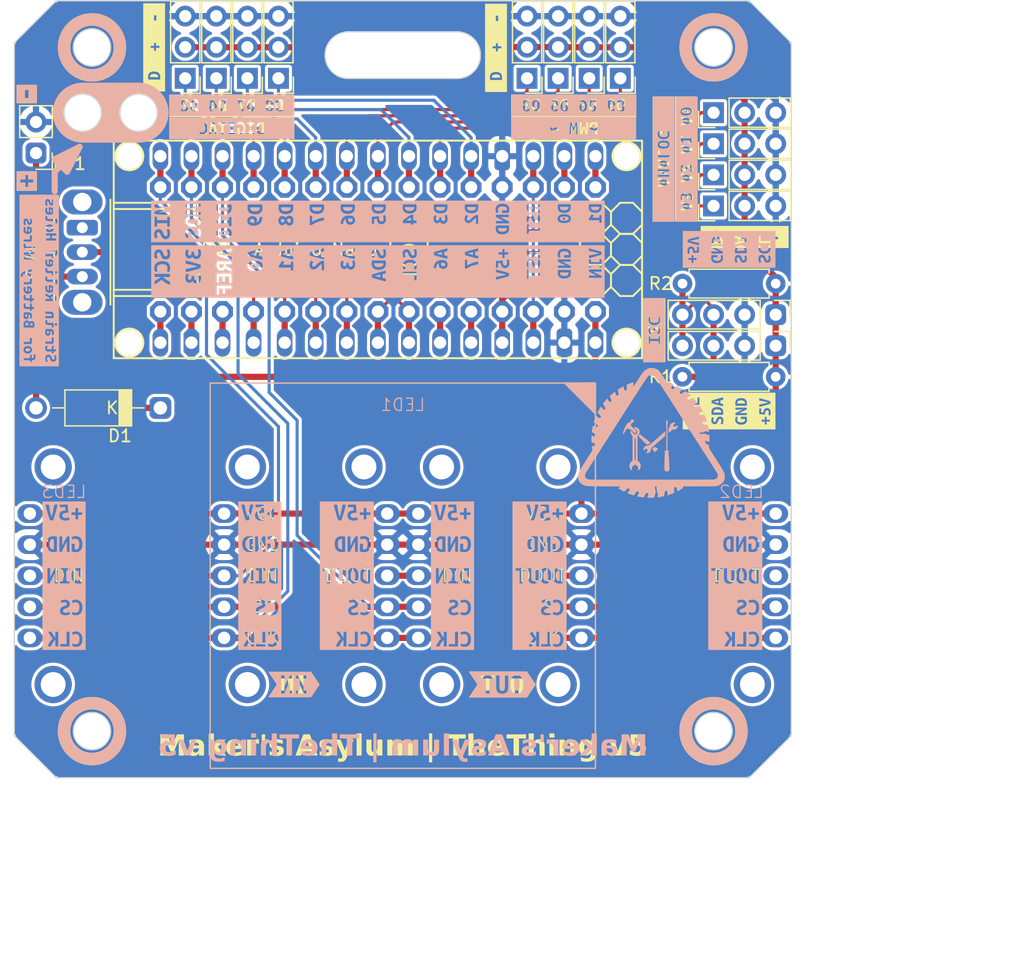
<source format=kicad_pcb>
(kicad_pcb (version 20240108) (generator "pcbnew") (generator_version "8.0")
  (title_block (title "TheThing") (date "2024-09-02") (rev "v5") (company "Maker's Asylum"))
  (layers (0 "F.Cu" signal) (31 "B.Cu" signal) (36 "B.SilkS" user "B.Silkscreen") (37 "F.SilkS" user "F.Silkscreen") (38 "B.Mask" user) (39 "F.Mask" user) (44 "Edge.Cuts" user))
  (net 0 "")
  (net 1 "/GND")
  (net 2 "/SCL")
  (net 3 "/SDA")
  (net 4 "/5V")
  (net 5 "/D2")
  (net 6 "/D3")
  (net 7 "/D4")
  (net 8 "/D5")
  (net 9 "/D6")
  (net 10 "/D7")
  (net 11 "/D8")
  (net 12 "/D9")
  (net 13 "/D10")
  (net 14 "/MOSI")
  (net 15 "/MISO")
  (net 16 "/SCK")
  (net 17 "/RST1")
  (net 18 "/D0")
  (net 19 "/D1")
  (net 20 "/A7")
  (net 21 "/A6")
  (net 22 "/A3")
  (net 23 "/A2")
  (net 24 "/A1")
  (net 25 "/A0")
  (net 26 "/AREF")
  (net 27 "/3V3")
  (net 28 "/VIN")
  (net 29 "/9V")
  (net 30 "/8V3")
  (net 31 "/DOUT")
  (footprint "BagTag:PinHeader_1x03_P2.54mm_Vertical" (layer "F.Cu") (at 90.17 52.055 180)
    (property "Reference" "J10" (hide yes))
    (property "Value" "Conn_01x03" (hide yes))
  )
  (footprint "BagTag:PinHeader_1x03_P2.54mm_Vertical" (layer "F.Cu") (at 97.79 52.055 180)
    (property "Reference" "J7" (hide yes))
    (property "Value" "Conn_01x03" (hide yes))
  )
  (footprint "BagTag:PinHeader_1x01_P2.54mm_Vertical" (layer "F.Cu") (at 67.818 71.12)
    (property "Reference" "J43" (hide yes))
    (property "Value" "A0" (hide yes))
  )
  (footprint "BagTag:PinHeader_1x01_P2.54mm_Vertical" (layer "F.Cu") (at 65.278 71.12)
    (property "Reference" "J44" (hide yes))
    (property "Value" "AREF" (hide yes))
  )
  (footprint "kibuzzard-6640BF00" (layer "F.Cu") (at 101.3206 58.6486 90)
    (property "Reference" "kibuzzard-6640BF00" (hide yes))
    (property "Value" "G***" (hide yes))
  )
  (footprint "BagTag:PinHeader_1x01_P2.54mm_Vertical" (layer "F.Cu") (at 75.438 71.12)
    (property "Reference" "J40" (hide yes))
    (property "Value" "A3" (hide yes))
  )
  (footprint "kibuzzard-6640BFA2" (layer "F.Cu") (at 66.04 54.3306)
    (property "Reference" "kibuzzard-6640BFA2" (hide yes))
    (property "Value" "G***" (hide yes))
  )
  (footprint "kibuzzard-6640C421" (layer "F.Cu") (at 59.69 49.53 90)
    (property "Reference" "kibuzzard-6640C421" (hide yes))
    (property "Value" "G***" (hide yes))
  )
  (footprint "BagTag:PinHeader_1x03_P2.54mm_Vertical" (layer "F.Cu") (at 105.41 59.944 90)
    (property "Reference" "J13" (hide yes))
    (property "Value" "Conn_01x03" (hide yes))
  )
  (footprint "BagTag:PinHeader_1x03_P2.54mm_Vertical" (layer "F.Cu") (at 62.23 52.055 180)
    (property "Reference" "J6" (hide yes))
    (property "Value" "Conn_01x03" (hide yes))
  )
  (footprint "BagTag:PinHeader_1x01_P2.54mm_Vertical" (layer "F.Cu") (at 88.138 60.96)
    (property "Reference" "J49" (hide yes))
    (property "Value" "GND2" (hide yes))
  )
  (footprint "BagTag:PinHeader_1x01_P2.54mm_Vertical" (layer "F.Cu") (at 70.358 71.12)
    (property "Reference" "J42" (hide yes))
    (property "Value" "A1" (hide yes))
  )
  (footprint "BagTag:PinHeader_1x03_P2.54mm_Vertical" (layer "F.Cu") (at 105.41 54.864 90)
    (property "Reference" "J11" (hide yes))
    (property "Value" "Conn_01x03" (hide yes))
  )
  (footprint "BagTag:PinHeader_1x01_P2.54mm_Vertical" (layer "F.Cu") (at 85.598 60.96)
    (property "Reference" "J20" (hide yes))
    (property "Value" "D2" (hide yes))
  )
  (footprint "kibuzzard-6640BED0" (layer "F.Cu") (at 66.04 56.134)
    (property "Reference" "kibuzzard-6640BED0" (hide yes))
    (property "Value" "G***" (hide yes))
  )
  (footprint "BagTag:LED_8x8_M1088ASR_min" (layer "F.Cu") (at 95.885 92.71)
    (property "Reference" "LED2")
    (property "Value" "LED_8x8_1088AS" (hide yes))
  )
  (footprint "BagTag:PinHeader_1x03_P2.54mm_Vertical" (layer "F.Cu") (at 64.77 52.055 180)
    (property "Reference" "J5" (hide yes))
    (property "Value" "Conn_01x03" (hide yes))
  )
  (footprint "kibuzzard-6640BEF1" (layer "F.Cu") (at 93.98 56.134)
    (property "Reference" "kibuzzard-6640BEF1" (hide yes))
    (property "Value" "G***" (hide yes))
  )
  (footprint "BagTag:LED_8x8_M1088ASR" (layer "F.Cu") (at 80.01 92.71)
    (property "Reference" "LED1")
    (property "Value" "LED_8x8_1088AS")
  )
  (footprint "BagTag:PinHeader_1x01_P2.54mm_Vertical" (layer "F.Cu") (at 80.518 60.96)
    (property "Reference" "J22" (hide yes))
    (property "Value" "D4" (hide yes))
  )
  (footprint "BagTag:PinHeader_1x01_P2.54mm_Vertical" (layer "F.Cu") (at 77.978 71.12)
    (property "Reference" "J39" (hide yes))
    (property "Value" "A4" (hide yes))
  )
  (footprint "kibuzzard-6640BF4C" (layer "F.Cu") (at 106.68 79.248 90)
    (property "Reference" "kibuzzard-6640BF4C" (hide yes))
    (property "Value" "G***" (hide yes))
  )
  (footprint "BagTag:PinHeader_1x01_P2.54mm_Vertical" (layer "F.Cu") (at 83.058 71.12)
    (property "Reference" "J37" (hide yes))
    (property "Value" "A6" (hide yes))
  )
  (footprint "kibuzzard-6640C44A" (layer "F.Cu") (at 107.95 65.024)
    (property "Reference" "kibuzzard-6640C44A" (hide yes))
    (property "Value" "G***" (hide yes))
  )
  (footprint "BagTag:PinHeader_1x02_P2.54mm_Vertical" (layer "F.Cu") (at 50.033 58.166 180)
    (property "Reference" "BT1")
    (property "Value" "Bat")
  )
  (footprint "BagTag:PinHeader_1x04_P2.54mm_Vertical" (layer "F.Cu") (at 110.49 71.374 -90)
    (property "Reference" "J2" (hide yes))
    (property "Value" "Conn_I2C" (hide yes))
  )
  (footprint "BagTag:PinHeader_1x01_P2.54mm_Vertical" (layer "F.Cu") (at 62.738 60.96)
    (property "Reference" "J29" (hide yes))
    (property "Value" "D11" (hide yes))
  )
  (footprint "kibuzzard-6640C421" (layer "F.Cu") (at 87.63 49.567066 90)
    (property "Reference" "kibuzzard-6640C421" (hide yes))
    (property "Value" "G***" (hide yes))
  )
  (footprint "BagTag:PinHeader_1x01_P2.54mm_Vertical" (layer "F.Cu") (at 62.738 71.12)
    (property "Reference" "J47" (hide yes))
    (property "Value" "3V3" (hide yes))
  )
  (footprint "kibuzzard-6640BFF1" (layer "F.Cu") (at 103.1494 58.6486 90)
    (property "Reference" "kibuzzard-6640BFF1" (hide yes))
    (property "Value" "G***" (hide yes))
  )
  (footprint "BagTag:PinHeader_1x01_P2.54mm_Vertical" (layer "F.Cu") (at 77.978 60.96)
    (property "Reference" "J23" (hide yes))
    (property "Value" "D5" (hide yes))
  )
  (footprint "BagTag:PinHeader_1x01_P2.54mm_Vertical" (layer "F.Cu") (at 65.278 60.96)
    (property "Reference" "J28" (hide yes))
    (property "Value" "D10" (hide yes))
  )
  (footprint "BagTag:PinHeader_1x01_P2.54mm_Vertical" (layer "F.Cu") (at 93.218 60.96)
    (property "Reference" "J34" (hide yes))
    (property "Value" "D0" (hide yes))
  )
  (footprint "BagTag:PinHeader_1x04_P2.54mm_Vertical" (layer "F.Cu") (at 110.49 73.914 -90)
    (property "Reference" "J1" (hide yes))
    (property "Value" "Conn_I2C" (hide yes))
  )
  (footprint "BagTag:PinHeader_1x01_P2.54mm_Vertical" (layer "F.Cu") (at 90.678 60.96)
    (property "Reference" "J33" (hide yes))
    (property "Value" "RST1" (hide yes))
  )
  (footprint "BagTag:PinHeader_1x01_P2.54mm_Vertical" (layer "F.Cu") (at 85.598 71.12)
    (property "Reference" "J36" (hide yes))
    (property "Value" "A7" (hide yes))
  )
  (footprint "BagTag:PinHeader_1x01_P2.54mm_Vertical" (layer "F.Cu") (at 93.218 71.12)
    (property "Reference" "J48" (hide yes))
    (property "Value" "GND1" (hide yes))
  )
  (footprint "BagTag:kibuzzard-6461CA60" (layer "F.Cu") (at 71.12 101.6)
    (property "Reference" "kibuzzard-6461CA60" (hide yes))
    (property "Value" "G***" (hide yes))
  )
  (footprint "BagTag:PinHeader_1x01_P2.54mm_Vertical" (layer "F.Cu") (at 70.358 60.96)
    (property "Reference" "J26" (hide yes))
    (property "Value" "D8" (hide yes))
  )
  (footprint "BagTag:PinHeader_1x03_P2.54mm_Vertical" (layer "F.Cu") (at 105.41 57.404 90)
    (property "Reference" "J12" (hide yes))
    (property "Value" "Conn_01x03" (hide yes))
  )
  (footprint "BagTag:PinHeader_1x01_P2.54mm_Vertical" (layer "F.Cu") (at 88.138 71.12)
    (property "Reference" "J46" (hide yes))
    (property "Value" "5V" (hide yes))
  )
  (footprint "BagTag:PinHeader_1x01_P2.54mm_Vertical" (layer "F.Cu") (at 83.058 60.96)
    (property "Reference" "J21" (hide yes))
    (property "Value" "D3" (hide yes))
  )
  (footprint "BagTag:PinHeader_1x03_P2.54mm_Vertical" (layer "F.Cu") (at 69.85 52.055 180)
    (property "Reference" "J3" (hide yes))
    (property "Value" "Conn_01x03" (hide yes))
  )
  (footprint "BagTag:kibuzzard-64612FED" (layer "F.Cu") (at 49.276 53.34 90)
    (property "Reference" "kibuzzard-64612FED" (hide yes))
    (property "Value" "G***" (hide yes))
  )
  (footprint "BagTag:PinHeader_1x01_P2.54mm_Vertical" (layer "F.Cu") (at 72.898 71.12)
    (property "Reference" "J41" (hide yes))
    (property "Value" "A2" (hide yes))
  )
  (footprint "BagTag:kibuzzard-6461CA59" (layer "F.Cu") (at 88.138 101.6)
    (property "Reference" "kibuzzard-6461CA59" (hide yes))
    (property "Value" "G***" (hide yes))
  )
  (footprint "BagTag:R_Axial_DIN0207_L6.3mm_D2.5mm_P7.62mm_Horizontal" (layer "F.Cu") (at 110.49 68.834 180)
    (property "Reference" "R2")
    (property "Value" "10k")
  )
  (footprint "BagTag:PinHeader_1x01_P2.54mm_Vertical" (layer "F.Cu") (at 60.198 71.12)
    (property "Reference" "J31" (hide yes))
    (property "Value" "D13" (hide yes))
  )
  (footprint "BagTag:PinHeader_1x01_P2.54mm_Vertical" (layer "F.Cu") (at 60.198 60.96)
    (property "Reference" "J30" (hide yes))
    (property "Value" "D12" (hide yes))
  )
  (footprint "BagTag:PinHeader_1x03_P2.54mm_Vertical" (layer "F.Cu") (at 67.31 52.055 180)
    (property "Reference" "J4" (hide yes))
    (property "Value" "Conn_01x03" (hide yes))
  )
  (footprint "BagTag:PinHeader_1x01_P2.54mm_Vertical" (layer "F.Cu") (at 75.438 60.96)
    (property "Reference" "J24" (hide yes))
    (property "Value" "D6" (hide yes))
  )
  (footprint "BagTag:PinHeader_1x01_P2.54mm_Vertical" (layer "F.Cu") (at 67.818 60.96)
    (property "Reference" "J27" (hide yes))
    (property "Value" "D9" (hide yes))
  )
  (footprint "BagTag:PinHeader_1x03_P2.54mm_Vertical" (layer "F.Cu") (at 92.71 52.055 180)
    (property "Reference" "J9" (hide yes))
    (property "Value" "Conn_01x03" (hide yes))
  )
  (footprint "kibuzzard-6640C3B8" (layer "F.Cu") (at 100.584 72.644 90)
    (property "Reference" "kibuzzard-6640C3B8" (hide yes))
    (property "Value" "G***" (hide yes))
  )
  (footprint "BagTag:Arduino_Nano_v2_NoSPI" (layer "F.Cu") (at 98.298 66.04 -90)
    (property "Reference" "U1")
    (property "Value" "Arduino_Nano")
  )
  (footprint "BagTag:LED_8x8_M1088ASR_min" (layer "F.Cu") (at 64.135 92.71)
    (property "Reference" "LED3")
    (property "Value" "LED_8x8_1088AS" (hide yes))
  )
  (footprint "BagTag:SW_CuK_OS102011MA1QN1_SPDT_Angled" (layer "F.Cu") (at 53.816 64.262 -90)
    (property "Reference" "SW1")
    (property "Value" "ON")
  )
  (footprint "BagTag:PinHeader_1x01_P2.54mm_Vertical" (layer "F.Cu") (at 95.758 71.12)
    (property "Reference" "J45" (hide yes))
    (property "Value" "VIN" (hide yes))
  )
  (footprint "BagTag:PinHeader_1x01_P2.54mm_Vertical" (layer "F.Cu") (at 80.518 71.12)
    (property "Reference" "J38" (hide yes))
    (property "Value" "A5" (hide yes))
  )
  (footprint "BagTag:kibuzzard-64612FA6" (layer "F.Cu") (at 49.276 60.452 90)
    (property "Reference" "kibuzzard-64612FA6" (hide yes))
    (property "Value" "G***" (hide yes))
  )
  (footprint "kibuzzard-6640BFC5" (layer "F.Cu") (at 93.98 54.3306)
    (property "Reference" "kibuzzard-6640BFC5" (hide yes))
    (property "Value" "G***" (hide yes))
  )
  (footprint "BagTag:PinHeader_1x01_P2.54mm_Vertical" (layer "F.Cu") (at 72.898 60.96)
    (property "Reference" "J25" (hide yes))
    (property "Value" "D7" (hide yes))
  )
  (footprint "BagTag:PinHeader_1x03_P2.54mm_Vertical" (layer "F.Cu") (at 95.25 52.055 180)
    (property "Reference" "J8" (hide yes))
    (property "Value" "Conn_01x03" (hide yes))
  )
  (footprint "BagTag:PinHeader_1x03_P2.54mm_Vertical" (layer "F.Cu") (at 105.41 62.484 90)
    (property "Reference" "J14" (hide yes))
    (property "Value" "Conn_01x03" (hide yes))
  )
  (footprint "BagTag:PinHeader_1x01_P2.54mm_Vertical" (layer "F.Cu") (at 95.758 60.96)
    (property "Reference" "J35" (hide yes))
    (property "Value" "D1" (hide yes))
  )
  (footprint "BagTag:D_DO-41_SOD81_P10.16mm_Horizontal" (layer "F.Cu") (at 60.198 78.994 180)
    (property "Reference" "D1")
    (property "Value" "1N4001")
  )
  (footprint "BagTag:R_Axial_DIN0207_L6.3mm_D2.5mm_P7.62mm_Horizontal" (layer "F.Cu") (at 110.49 76.454 180)
    (property "Reference" "R1")
    (property "Value" "10k")
  )
  (footprint "BagTag:PinHeader_1x01_P2.54mm_Vertical" (layer "F.Cu") (at 90.678 71.12)
    (property "Reference" "J32" (hide yes))
    (property "Value" "RST1" (hide yes))
  )
  (footprint "BagTag:kibuzzard-64612FA6" (layer "B.Cu") (at 49.276 60.452 90)
    (property "Reference" "kibuzzard-64612FA6" (hide yes))
    (property "Value" "G***" (hide yes))
  )
  (footprint "kibuzzard-6640BFF1" (layer "B.Cu") (at 103.2256 58.674 90)
    (property "Reference" "kibuzzard-6640BFF1" (hide yes))
    (property "Value" "G***" (hide yes))
  )
  (footprint "kibuzzard-6640C3B8" (layer "B.Cu") (at 100.53756 72.644 90)
    (property "Reference" "kibuzzard-6640C3B8" (hide yes))
    (property "Value" "G***" (hide yes))
  )
  (footprint "BagTag:kibuzzard-646134FF" (layer "B.Cu") (at 75.438 92.71 180)
    (property "Reference" "kibuzzard-646134FF" (hide yes))
    (property "Value" "G***" (hide yes))
  )
  (footprint "kibuzzard-66412AF8" (layer "B.Cu") (at 50.292 68.58 90)
    (property "Reference" "kibuzzard-66412AF8" (hide yes))
    (property "Value" "G***" (hide yes))
  )
  (footprint "BagTag:kibuzzard-646134AD" (layer "B.Cu") (at 52.324 92.71 180)
    (property "Reference" "kibuzzard-646134AD" (hide yes))
    (property "Value" "G***" (hide yes))
  )
  (footprint "BagTag:kibuzzard-646134FF" (layer "B.Cu") (at 107.188 92.71 180)
    (property "Reference" "kibuzzard-646134FF" (hide yes))
    (property "Value" "G***" (hide yes))
  )
  (footprint "BagTag:kibuzzard-646134AD" (layer "B.Cu") (at 84.074 92.71 180)
    (property "Reference" "kibuzzard-646134AD" (hide yes))
    (property "Value" "G***" (hide yes))
  )
  (footprint "kibuzzard-6640BEF1" (layer "B.Cu") (at 93.98 56.134 180)
    (property "Reference" "kibuzzard-6640BEF1" (hide yes))
    (property "Value" "G***" (hide yes))
  )
  (footprint "kibuzzard-6640BF4C" (layer "B.Cu") (at 106.68 66.04 90)
    (property "Reference" "kibuzzard-6640BF4C" (hide yes))
    (property "Value" "G***" (hide yes))
  )
  (footprint "BagTag:MA_logo_12mmx10mm" (layer "B.Cu") (at 100.33 81.026 180)
    (property "Reference" "G***" (hide yes))
    (property "Value" "LOGO" (hide yes))
  )
  (footprint "BagTag:kibuzzard-6461377A" (layer "B.Cu") (at 77.978 63.754 -90)
    (property "Reference" "kibuzzard-6461377A" (hide yes))
    (property "Value" "G***" (hide yes))
  )
  (footprint "BagTag:kibuzzard-64612FED" (layer "B.Cu") (at 49.276 53.34 90)
    (property "Reference" "kibuzzard-64612FED" (hide yes))
    (property "Value" "G***" (hide yes))
  )
  (footprint "BagTag:kibuzzard-6461376B" (layer "B.Cu") (at 77.978 67.8434 -90)
    (property "Reference" "kibuzzard-6461376B" (hide yes))
    (property "Value" "G***" (hide yes))
  )
  (footprint "BagTag:kibuzzard-646134AD" (layer "B.Cu") (at 68.326 92.71 180)
    (property "Reference" "kibuzzard-646134AD" (hide yes))
    (property "Value" "G***" (hide yes))
  )
  (footprint "kibuzzard-6640BFA2" (layer "B.Cu") (at 66.04 54.2544 180)
    (property "Reference" "kibuzzard-6640BFA2" (hide yes))
    (property "Value" "G***" (hide yes))
  )
  (footprint "kibuzzard-6640BED0" (layer "B.Cu") (at 66.04 56.134 180)
    (property "Reference" "kibuzzard-6640BED0" (hide yes))
    (property "Value" "G***" (hide yes))
  )
  (footprint "kibuzzard-6640BF00" (layer "B.Cu") (at 101.346 58.674 90)
    (property "Reference" "kibuzzard-6640BF00" (hide yes))
    (property "Value" "G***" (hide yes))
  )
  (footprint "BagTag:kibuzzard-6461CA4A" (layer "B.Cu") (at 71.12 101.6 180)
    (property "Reference" "kibuzzard-6461CA4A" (hide yes))
    (property "Value" "G***" (hide yes))
  )
  (footprint "BagTag:kibuzzard-6461CA6F" (layer "B.Cu") (at 88.138 101.6 180)
    (property "Reference" "kibuzzard-6461CA6F" (hide yes))
    (property "Value" "G***" (hide yes))
  )
  (footprint "BagTag:kibuzzard-646134FF" (layer "B.Cu") (at 91.186 92.71 180)
    (property "Reference" "kibuzzard-646134FF" (hide yes))
    (property "Value" "G***" (hide yes))
  )
  (footprint "kibuzzard-6640BFC5" (layer "B.Cu") (at 93.98 54.2544 180)
    (property "Reference" "kibuzzard-6640BFC5" (hide yes))
    (property "Value" "G***" (hide yes))
  )
  (gr_line (start 56.134 52.864) (end 56.134 56.864) (stroke (width 0.9)) (layer "B.SilkS"))
  (gr_circle (center 54.61 105.41) (end 56.896 105.41) (stroke (width 1.016)) (fill none) (layer "B.SilkS"))
  (gr_circle (center 54.61 49.53) (end 56.896 49.53) (stroke (width 1.016)) (fill none) (layer "B.SilkS"))
  (gr_line (start 53.848 52.864) (end 58.42 52.864) (stroke (width 0.9)) (layer "B.SilkS"))
  (gr_line (start 51.562 61.2902) (end 51.562 59.69) (stroke (width 0.5)) (layer "B.SilkS"))
  (gr_circle (center 58.42 54.864) (end 60.42 54.864) (stroke (width 0.9)) (fill none) (layer "B.SilkS"))
  (gr_poly (pts (xy 53.594 57.658) (xy 52.578 59.69) (xy 51.562 58.674)) (stroke (width 0.5)) (fill solid) (layer "B.SilkS"))
  (gr_line (start 51.562 59.69) (end 53.594 57.658) (stroke (width 0.5)) (layer "B.SilkS"))
  (gr_circle (center 105.41 49.53) (end 107.696 49.53) (stroke (width 1.016)) (fill none) (layer "B.SilkS"))
  (gr_circle (center 105.41 105.41) (end 107.696 105.41) (stroke (width 1.016)) (fill none) (layer "B.SilkS"))
  (gr_circle (center 53.848 54.864) (end 55.848 54.864) (stroke (width 0.9)) (fill none) (layer "B.SilkS"))
  (gr_line (start 53.848 56.864) (end 58.42 56.864) (stroke (width 0.9)) (layer "B.SilkS"))
  (gr_circle (center 54.61 105.41) (end 52.324 105.41) (stroke (width 1.016)) (fill none) (layer "F.SilkS"))
  (gr_circle (center 105.41 49.53) (end 103.124 49.53) (stroke (width 1.016)) (fill none) (layer "F.SilkS"))
  (gr_circle (center 105.41 105.41) (end 103.124 105.41) (stroke (width 1.016)) (fill none) (layer "F.SilkS"))
  (gr_circle (center 54.61 49.53) (end 52.324 49.53) (stroke (width 1.016)) (fill none) (layer "F.SilkS"))
  (gr_line (start 84.455 52.07) (end 75.565 52.07) (stroke (width 0.1)) (layer "Edge.Cuts"))
  (gr_line (start 48.26 61.722) (end 48.26 105.791) (stroke (width 0.1)) (layer "Edge.Cuts"))
  (gr_circle (center 105.41 49.53) (end 106.934 49.53) (stroke (width 0.1)) (fill none) (layer "Edge.Cuts"))
  (gr_circle (center 58.42 54.864) (end 59.944 54.864) (stroke (width 0.1)) (fill none) (layer "Edge.Cuts"))
  (gr_line (start 48.26 49.149) (end 51.689 45.72) (stroke (width 0.1)) (layer "Edge.Cuts"))
  (gr_line (start 51.689 45.72) (end 108.331 45.72) (stroke (width 0.1)) (layer "Edge.Cuts"))
  (gr_line (start 48.26 57.658) (end 48.26 61.722) (stroke (width 0.1)) (layer "Edge.Cuts"))
  (gr_line (start 111.76 49.149) (end 108.331 45.72) (stroke (width 0.1)) (layer "Edge.Cuts"))
  (gr_line (start 108.331 109.22) (end 111.76 105.791) (stroke (width 0.1)) (layer "Edge.Cuts"))
  (gr_arc (start 75.565 52.07) (mid 73.66 50.165) (end 75.565 48.26) (stroke (width 0.1)) (layer "Edge.Cuts"))
  (gr_circle (center 54.61 105.41) (end 56.134 105.41) (stroke (width 0.1)) (fill none) (layer "Edge.Cuts"))
  (gr_line (start 108.331 109.22) (end 51.689 109.22) (stroke (width 0.1)) (layer "Edge.Cuts"))
  (gr_circle (center 53.848 54.864) (end 55.372 54.864) (stroke (width 0.1)) (fill none) (layer "Edge.Cuts"))
  (gr_line (start 48.26 105.791) (end 51.689 109.22) (stroke (width 0.1)) (layer "Edge.Cuts"))
  (gr_line (start 111.76 49.149) (end 111.76 57.658) (stroke (width 0.1)) (layer "Edge.Cuts"))
  (gr_line (start 111.76 61.722) (end 111.76 105.791) (stroke (width 0.1)) (layer "Edge.Cuts"))
  (gr_circle (center 105.41 105.41) (end 106.934 105.41) (stroke (width 0.1)) (fill none) (layer "Edge.Cuts"))
  (gr_circle (center 54.61 49.53) (end 56.134 49.53) (stroke (width 0.1)) (fill none) (layer "Edge.Cuts"))
  (gr_line (start 111.76 61.722) (end 111.76 57.658) (stroke (width 0.1)) (layer "Edge.Cuts"))
  (gr_arc (start 84.455 48.26) (mid 86.36 50.165) (end 84.455 52.07) (stroke (width 0.1)) (layer "Edge.Cuts"))
  (gr_line (start 75.565 48.26) (end 84.455 48.26) (stroke (width 0.1)) (layer "Edge.Cuts"))
  (gr_line (start 48.26 49.149) (end 48.26 57.658) (stroke (width 0.1)) (layer "Edge.Cuts"))
  (gr_text "Maker's Asylum | TheThing v5" (at 80.01 107.696 0) (layer "B.SilkS") (effects (font (size 1.7 1.7)) (justify bottom mirror)))
  (gr_text "Maker's Asylum | TheThing v5" (at 80.01 107.696 0) (layer "F.SilkS") (effects (font (size 1.7 1.7)) (justify bottom)))
  (segment (start 65.405 90.17) (end 49.53 90.17) (width 0.508) (layer "F.Cu") (net 1))
  (segment (start 65.405 90.17) (end 78.74 90.17) (width 0.508) (layer "F.Cu") (net 1))
  (segment (start 110.49 90.17) (end 94.615 90.17) (width 0.508) (layer "F.Cu") (net 1))
  (segment (start 81.28 90.17) (end 78.74 90.17) (width 0.508) (layer "F.Cu") (net 1))
  (segment (start 94.615 90.17) (end 81.28 90.17) (width 0.508) (layer "F.Cu") (net 1))
  (segment (start 88.138 56.642) (end 90.678 54.102) (width 0.508) (layer "B.Cu") (net 1))
  (segment (start 88.138 60.96) (end 88.138 58.42) (width 0.508) (layer "B.Cu") (net 1))
  (segment (start 59.197 46.975) (end 62.23 46.975) (width 0.508) (layer "B.Cu") (net 1))
  (segment (start 92.71 46.975) (end 95.25 46.975) (width 0.508) (layer "B.Cu") (net 1))
  (segment (start 58.42 47.752) (end 59.197 46.975) (width 0.508) (layer "B.Cu") (net 1))
  (segment (start 110.49 53.848) (end 109.474 52.832) (width 0.508) (layer "B.Cu") (net 1))
  (segment (start 89.408 69.0118) (end 89.408 75.4126) (width 0.254) (layer "B.Cu") (net 1))
  (segment (start 92.695 46.96) (end 92.71 46.975) (width 0.508) (layer "B.Cu") (net 1))
  (segment (start 101.6 54.102) (end 101.6 52.832) (width 0.508) (layer "B.Cu") (net 1))
  (segment (start 107.95 71.374) (end 107.95 66.675) (width 0.508) (layer "B.Cu") (net 1))
  (segment (start 88.138 60.96) (end 88.138 67.7418) (width 0.254) (layer "B.Cu") (net 1))
  (segment (start 110.49 64.135) (end 110.49 62.484) (width 0.508) (layer "B.Cu") (net 1))
  (segment (start 110.49 59.944) (end 110.49 57.404) (width 0.508) (layer "B.Cu") (net 1))
  (segment (start 92.71 46.975) (end 90.17 46.975) (width 0.508) (layer "B.Cu") (net 1))
  (segment (start 89.408 75.4126) (end 89.9414 75.946) (width 0.254) (layer "B.Cu") (net 1))
  (segment (start 50.033 55.626) (end 50.033 52.837) (width 0.508) (layer "B.Cu") (net 1))
  (segment (start 110.49 90.17) (end 103.632 90.17) (width 0.508) (layer "B.Cu") (net 1))
  (segment (start 99.807 46.975) (end 101.6 48.768) (width 0.508) (layer "B.Cu") (net 1))
  (segment (start 107.95 71.374) (end 107.95 73.914) (width 0.508) (layer "B.Cu") (net 1))
  (segment (start 97.79 46.975) (end 99.807 46.975) (width 0.508) (layer "B.Cu") (net 1))
  (segment (start 67.31 46.975) (end 69.85 46.975) (width 0.508) (layer "B.Cu") (net 1))
  (segment (start 90.678 54.102) (end 101.6 54.102) (width 0.508) (layer "B.Cu") (net 1))
  (segment (start 110.49 57.404) (end 110.49 54.864) (width 0.508) (layer "B.Cu") (net 1))
  (segment (start 95.25 46.975) (end 97.79 46.975) (width 0.508) (layer "B.Cu") (net 1))
  (segment (start 110.49 54.864) (end 110.49 53.848) (width 0.508) (layer "B.Cu") (net 1))
  (segment (start 107.95 76.708) (end 102.362 82.296) (width 0.508) (layer "B.Cu") (net 1))
  (segment (start 104.14 52.832) (end 102.87 54.102) (width 0.508) (layer "B.Cu") (net 1))
  (segment (start 109.474 52.832) (end 104.14 52.832) (width 0.508) (layer "B.Cu") (net 1))
  (segment (start 88.138 67.7418) (end 89.408 69.0118) (width 0.254) (layer "B.Cu") (net 1))
  (segment (start 92.6592 75.946) (end 93.218 75.3872) (width 0.254) (layer "B.Cu") (net 1))
  (segment (start 93.218 71.12) (end 93.218 65.532) (width 0.508) (layer "B.Cu") (net 1))
  (segment (start 50.033 52.837) (end 50.8 52.07) (width 0.508) (layer "B.Cu") (net 1))
  (segment (start 107.95 73.914) (end 107.95 76.708) (width 0.508) (layer "B.Cu") (net 1))
  (segment (start 101.6 48.768) (end 101.6 52.832) (width 0.508) (layer "B.Cu") (net 1))
  (segment (start 62.23 46.975) (end 64.77 46.975) (width 0.508) (layer "B.Cu") (net 1))
  (segment (start 101.6 54.102) (end 101.6 62.484) (width 0.508) (layer "B.Cu") (net 1))
  (segment (start 103.632 90.17) (end 102.362 88.9) (width 0.508) (layer "B.Cu") (net 1))
  (segment (start 102.87 54.102) (end 101.6 54.102) (width 0.508) (layer "B.Cu") (net 1))
  (segment (start 110.49 62.484) (end 110.49 59.944) (width 0.508) (layer "B.Cu") (net 1))
  (segment (start 93.218 65.532) (end 94.742 64.008) (width 0.508) (layer "B.Cu") (net 1))
  (segment (start 88.138 58.42) (end 88.138 56.642) (width 0.508) (layer "B.Cu") (net 1))
  (segment (start 58.42 51.054) (end 58.42 47.752) (width 0.508) (layer "B.Cu") (net 1))
  (segment (start 64.77 46.975) (end 67.31 46.975) (width 0.508) (layer "B.Cu") (net 1))
  (segment (start 93.218 75.3872) (end 93.218 73.66) (width 0.254) (layer "B.Cu") (net 1))
  (segment (start 90.17 46.975) (end 69.85 46.975) (width 0.508) (layer "B.Cu") (net 1))
  (segment (start 50.8 52.07) (end 57.404 52.07) (width 0.508) (layer "B.Cu") (net 1))
  (segment (start 89.9414 75.946) (end 92.6592 75.946) (width 0.254) (layer "B.Cu") (net 1))
  (segment (start 102.362 82.296) (end 102.362 88.9) (width 0.508) (layer "B.Cu") (net 1))
  (segment (start 101.6 62.484) (end 100.076 64.008) (width 0.508) (layer "B.Cu") (net 1))
  (segment (start 93.218 73.66) (end 93.218 71.12) (width 0.508) (layer "B.Cu") (net 1))
  (segment (start 57.404 52.07) (end 58.42 51.054) (width 0.508) (layer "B.Cu") (net 1))
  (segment (start 100.076 64.008) (end 94.742 64.008) (width 0.508) (layer "B.Cu") (net 1))
  (segment (start 107.95 66.675) (end 110.49 64.135) (width 0.508) (layer "B.Cu") (net 1))
  (segment (start 103.124 66.802) (end 104.14 67.818) (width 0.254) (layer "F.Cu") (net 2))
  (segment (start 81.026 66.802) (end 103.124 66.802) (width 0.254) (layer "F.Cu") (net 2))
  (segment (start 80.518 73.66) (end 80.518 71.12) (width 0.508) (layer "F.Cu") (net 2))
  (segment (start 102.87 71.374) (end 102.87 68.834) (width 0.508) (layer "F.Cu") (net 2))
  (segment (start 79.502 68.326) (end 81.026 66.802) (width 0.254) (layer "F.Cu") (net 2))
  (segment (start 104.14 67.818) (end 104.14 70.104) (width 0.254) (layer "F.Cu") (net 2))
  (segment (start 102.87 73.914) (end 102.87 71.374) (width 0.508) (layer "F.Cu") (net 2))
  (segment (start 104.14 70.104) (end 102.87 71.374) (width 0.254) (layer "F.Cu") (net 2))
  (segment (start 79.502 70.104) (end 79.502 68.326) (width 0.254) (layer "F.Cu") (net 2))
  (segment (start 80.518 71.12) (end 79.502 70.104) (width 0.254) (layer "F.Cu") (net 2))
  (segment (start 77.978 73.66) (end 77.978 71.12) (width 0.508) (layer "F.Cu") (net 3))
  (segment (start 105.41 71.374) (end 105.41 70.866) (width 0.254) (layer "F.Cu") (net 3))
  (segment (start 104.648 70.104) (end 104.648 67.564) (width 0.254) (layer "F.Cu") (net 3))
  (segment (start 78.994 68.11558) (end 78.994 70.104) (width 0.254) (layer "F.Cu") (net 3))
  (segment (start 104.14 76.454) (end 102.87 76.454) (width 0.508) (layer "F.Cu") (net 3))
  (segment (start 104.648 67.564) (end 103.378 66.294) (width 0.254) (layer "F.Cu") (net 3))
  (segment (start 103.378 66.294) (end 80.81558 66.294) (width 0.254) (layer "F.Cu") (net 3))
  (segment (start 105.41 75.184) (end 104.14 76.454) (width 0.508) (layer "F.Cu") (net 3))
  (segment (start 80.81558 66.294) (end 78.994 68.11558) (width 0.254) (layer "F.Cu") (net 3))
  (segment (start 78.994 70.104) (end 77.978 71.12) (width 0.254) (layer "F.Cu") (net 3))
  (segment (start 105.41 70.866) (end 104.648 70.104) (width 0.254) (layer "F.Cu") (net 3))
  (segment (start 105.41 73.914) (end 105.41 75.184) (width 0.508) (layer "F.Cu") (net 3))
  (segment (start 105.41 71.374) (end 105.41 73.914) (width 0.508) (layer "F.Cu") (net 3))
  (segment (start 95.25 49.515) (end 97.79 49.515) (width 0.508) (layer "F.Cu") (net 4))
  (segment (start 110.49 78.486) (end 105.918 83.058) (width 0.508) (layer "F.Cu") (net 4))
  (segment (start 49.53 87.63) (end 65.405 87.63) (width 0.508) (layer "F.Cu") (net 4))
  (segment (start 71.135 49.515) (end 73.66 46.99) (width 0.508) (layer "F.Cu") (net 4))
  (segment (start 110.49 71.374) (end 110.49 73.914) (width 0.508) (layer "F.Cu") (net 4))
  (segment (start 94.615 86.487) (end 94.615 87.63) (width 0.508) (layer "F.Cu") (net 4))
  (segment (start 78.74 87.63) (end 81.28 87.63) (width 0.508) (layer "F.Cu") (net 4))
  (segment (start 107.95 57.404) (end 107.95 59.944) (width 0.508) (layer "F.Cu") (net 4))
  (segment (start 106.934 52.832) (end 102.235 52.832) (width 0.508) (layer "F.Cu") (net 4))
  (segment (start 88.138 73.66) (end 88.138 71.12) (width 0.508) (layer "F.Cu") (net 4))
  (segment (start 107.95 54.864) (end 107.95 53.848) (width 0.508) (layer "F.Cu") (net 4))
  (segment (start 107.95 62.484) (end 107.95 65.786) (width 0.508) (layer "F.Cu") (net 4))
  (segment (start 92.695 49.5) (end 92.71 49.515) (width 0.508) (layer "F.Cu") (net 4))
  (segment (start 107.95 65.786) (end 110.49 68.326) (width 0.508) (layer "F.Cu") (net 4))
  (segment (start 102.235 52.832) (end 98.918 49.515) (width 0.508) (layer "F.Cu") (net 4))
  (segment (start 73.66 46.99) (end 86.106 46.99) (width 0.508) (layer "F.Cu") (net 4))
  (segment (start 98.918 49.515) (end 97.79 49.515) (width 0.508) (layer "F.Cu") (net 4))
  (segment (start 86.106 46.99) (end 88.616 49.5) (width 0.508) (layer "F.Cu") (net 4))
  (segment (start 107.95 54.864) (end 107.95 57.404) (width 0.508) (layer "F.Cu") (net 4))
  (segment (start 95.504 85.598) (end 94.615 86.487) (width 0.508) (layer "F.Cu") (net 4))
  (segment (start 100.838 77.47) (end 100.838 83.058) (width 0.508) (layer "F.Cu") (net 4))
  (segment (start 100.838 77.47) (end 100.838 71.12) (width 0.508) (layer "F.Cu") (net 4))
  (segment (start 107.95 53.848) (end 106.934 52.832) (width 0.508) (layer "F.Cu") (net 4))
  (segment (start 64.77 49.515) (end 67.31 49.515) (width 0.508) (layer "F.Cu") (net 4))
  (segment (start 107.95 59.944) (end 107.95 62.484) (width 0.508) (layer "F.Cu") (net 4))
  (segment (start 88.138 70.104) (end 88.138 71.12) (width 0.508) (layer "F.Cu") (net 4))
  (segment (start 65.405 87.63) (end 78.74 87.63) (width 0.508) (layer "F.Cu") (net 4))
  (segment (start 90.17 49.5) (end 92.695 49.5) (width 0.508) (layer "F.Cu") (net 4))
  (segment (start 110.49 76.454) (end 110.49 78.486) (width 0.508) (layer "F.Cu") (net 4))
  (segment (start 62.23 49.515) (end 64.77 49.515) (width 0.508) (layer "F.Cu") (net 4))
  (segment (start 92.71 49.515) (end 95.25 49.515) (width 0.508) (layer "F.Cu") (net 4))
  (segment (start 88.9 69.342) (end 88.138 70.104) (width 0.508) (layer "F.Cu") (net 4))
  (segment (start 69.85 49.515) (end 71.135 49.515) (width 0.508) (layer "F.Cu") (net 4))
  (segment (start 67.31 49.515) (end 69.85 49.515) (width 0.508) (layer "F.Cu") (net 4))
  (segment (start 99.06 69.342) (end 88.9 69.342) (width 0.508) (layer "F.Cu") (net 4))
  (segment (start 110.49 68.834) (end 110.49 71.374) (width 0.508) (layer "F.Cu") (net 4))
  (segment (start 110.49 68.326) (end 110.49 68.834) (width 0.508) (layer "F.Cu") (net 4))
  (segment (start 110.49 73.914) (end 110.49 76.454) (width 0.508) (layer "F.Cu") (net 4))
  (segment (start 100.838 83.058) (end 98.298 85.598) (width 0.508) (layer "F.Cu") (net 4))
  (segment (start 88.616 49.5) (end 90.17 49.5) (width 0.508) (layer "F.Cu") (net 4))
  (segment (start 81.28 87.63) (end 110.49 87.63) (width 0.508) (layer "F.Cu") (net 4))
  (segment (start 98.298 85.598) (end 95.504 85.598) (width 0.508) (layer "F.Cu") (net 4))
  (segment (start 105.918 83.058) (end 100.838 83.058) (width 0.508) (layer "F.Cu") (net 4))
  (segment (start 100.838 71.12) (end 99.06 69.342) (width 0.508) (layer "F.Cu") (net 4))
  (segment (start 85.598 58.42) (end 85.598 60.96) (width 0.508) (layer "F.Cu") (net 5))
  (segment (start 69.85 53.34) (end 69.85 52.055) (width 0.254) (layer "B.Cu") (net 5))
  (segment (start 85.598 56.896) (end 82.55 53.848) (width 0.254) (layer "B.Cu") (net 5))
  (segment (start 82.55 53.848) (end 70.358 53.848) (width 0.254) (layer "B.Cu") (net 5))
  (segment (start 70.358 53.848) (end 69.85 53.34) (width 0.254) (layer "B.Cu") (net 5))
  (segment (start 85.598 58.42) (end 85.598 56.896) (width 0.254) (layer "B.Cu") (net 5))
  (segment (start 83.058 60.96) (end 83.058 58.42) (width 0.508) (layer "F.Cu") (net 6))
  (segment (start 83.058 58.42) (end 83.058 56.896) (width 0.254) (layer "F.Cu") (net 6))
  (segment (start 97.79 53.213) (end 97.79 52.055) (width 0.254) (layer "F.Cu") (net 6))
  (segment (start 94.869 56.134) (end 97.79 53.213) (width 0.254) (layer "F.Cu") (net 6))
  (segment (start 83.82 56.134) (end 94.869 56.134) (width 0.254) (layer "F.Cu") (net 6))
  (segment (start 83.058 56.896) (end 83.82 56.134) (width 0.254) (layer "F.Cu") (net 6))
  (segment (start 80.518 58.42) (end 80.518 60.96) (width 0.508) (layer "F.Cu") (net 7))
  (segment (start 68.58 54.61) (end 67.31 53.34) (width 0.254) (layer "B.Cu") (net 7))
  (segment (start 80.518 58.42) (end 80.518 56.896) (width 0.254) (layer "B.Cu") (net 7))
  (segment (start 67.31 53.34) (end 67.31 52.055) (width 0.254) (layer "B.Cu") (net 7))
  (segment (start 80.518 56.896) (end 78.232 54.61) (width 0.254) (layer "B.Cu") (net 7))
  (segment (start 78.232 54.61) (end 68.58 54.61) (width 0.254) (layer "B.Cu") (net 7))
  (segment (start 77.978 56.896) (end 79.248 55.626) (width 0.254) (layer "F.Cu") (net 8))
  (segment (start 79.248 55.626) (end 92.837 55.626) (width 0.254) (layer "F.Cu") (net 8))
  (segment (start 92.837 55.626) (end 95.25 53.213) (width 0.254) (layer "F.Cu") (net 8))
  (segment (start 77.978 60.96) (end 77.978 58.42) (width 0.508) (layer "F.Cu") (net 8))
  (segment (start 95.25 53.213) (end 95.25 52.055) (width 0.254) (layer "F.Cu") (net 8))
  (segment (start 77.978 58.42) (end 77.978 56.896) (width 0.254) (layer "F.Cu") (net 8))
  (segment (start 75.438 58.42) (end 75.438 60.96) (width 0.508) (layer "F.Cu") (net 9))
  (segment (start 75.438 56.896) (end 77.216 55.118) (width 0.254) (layer "F.Cu") (net 9))
  (segment (start 77.216 55.118) (end 90.678 55.118) (width 0.254) (layer "F.Cu") (net 9))
  (segment (start 90.678 55.118) (end 92.71 53.086) (width 0.254) (layer "F.Cu") (net 9))
  (segment (start 75.438 58.42) (end 75.438 56.896) (width 0.254) (layer "F.Cu") (net 9))
  (segment (start 92.71 53.086) (end 92.71 52.055) (width 0.254) (layer "F.Cu") (net 9))
  (segment (start 72.898 60.96) (end 72.898 58.42) (width 0.508) (layer "F.Cu") (net 10))
  (segment (start 72.898 56.896) (end 71.374 55.372) (width 0.254) (layer "B.Cu") (net 10))
  (segment (start 66.802 55.372) (end 64.77 53.34) (width 0.254) (layer "B.Cu") (net 10))
  (segment (start 71.374 55.372) (end 66.802 55.372) (width 0.254) (layer "B.Cu") (net 10))
  (segment (start 64.77 53.34) (end 64.77 52.055) (width 0.254) (layer "B.Cu") (net 10))
  (segment (start 72.898 58.42) (end 72.898 56.896) (width 0.254) (layer "B.Cu") (net 10))
  (segment (start 70.358 58.42) (end 70.358 60.96) (width 0.508) (layer "F.Cu") (net 11))
  (segment (start 69.596 56.134) (end 65.024 56.134) (width 0.254) (layer "B.Cu") (net 11))
  (segment (start 70.358 56.896) (end 69.596 56.134) (width 0.254) (layer "B.Cu") (net 11))
  (segment (start 62.23 53.34) (end 62.23 52.055) (width 0.254) (layer "B.Cu") (net 11))
  (segment (start 65.024 56.134) (end 62.23 53.34) (width 0.254) (layer "B.Cu") (net 11))
  (segment (start 70.358 58.42) (end 70.358 56.896) (width 0.254) (layer "B.Cu") (net 11))
  (segment (start 67.818 56.896) (end 70.104 54.61) (width 0.254) (layer "F.Cu") (net 12))
  (segment (start 67.818 58.42) (end 67.818 56.896) (width 0.254) (layer "F.Cu") (net 12))
  (segment (start 70.104 54.61) (end 88.646 54.61) (width 0.254) (layer "F.Cu") (net 12))
  (segment (start 88.646 54.61) (end 90.17 53.086) (width 0.254) (layer "F.Cu") (net 12))
  (segment (start 67.818 60.96) (end 67.818 58.42) (width 0.508) (layer "F.Cu") (net 12))
  (segment (start 90.17 53.086) (end 90.17 52.04) (width 0.254) (layer "F.Cu") (net 12))
  (segment (start 49.53 95.25) (end 65.405 95.25) (width 0.508) (layer "F.Cu") (net 13))
  (segment (start 78.74 95.25) (end 81.28 95.25) (width 0.508) (layer "F.Cu") (net 13))
  (segment (start 65.278 58.42) (end 65.278 60.96) (width 0.508) (layer "F.Cu") (net 13))
  (segment (start 81.28 95.25) (end 94.615 95.25) (width 0.508) (layer "F.Cu") (net 13))
  (segment (start 94.615 95.25) (end 110.49 95.25) (width 0.508) (layer "F.Cu") (net 13))
  (segment (start 65.405 95.25) (end 78.74 95.25) (width 0.508) (layer "F.Cu") (net 13))
  (segment (start 71.374 80.01) (end 71.374 89.408) (width 0.254) (layer "B.Cu") (net 13))
  (segment (start 65.278 60.96) (end 65.278 64.897) (width 0.254) (layer "B.Cu") (net 13))
  (segment (start 71.374 89.408) (end 77.216 95.25) (width 0.254) (layer "B.Cu") (net 13))
  (segment (start 69.088 68.707) (end 69.088 77.724) (width 0.254) (layer "B.Cu") (net 13))
  (segment (start 69.088 77.724) (end 71.374 80.01) (width 0.254) (layer "B.Cu") (net 13))
  (segment (start 77.216 95.25) (end 78.74 95.25) (width 0.254) (layer "B.Cu") (net 13))
  (segment (start 65.278 64.897) (end 69.088 68.707) (width 0.254) (layer "B.Cu") (net 13))
  (segment (start 94.615 97.79) (end 81.28 97.79) (width 0.508) (layer "F.Cu") (net 14))
  (segment (start 110.49 97.79) (end 94.615 97.79) (width 0.508) (layer "F.Cu") (net 14))
  (segment (start 65.405 97.79) (end 49.53 97.79) (width 0.508) (layer "F.Cu") (net 14))
  (segment (start 78.74 97.79) (end 65.405 97.79) (width 0.508) (layer "F.Cu") (net 14))
  (segment (start 81.28 97.79) (end 78.74 97.79) (width 0.508) (layer "F.Cu") (net 14))
  (segment (start 62.738 60.96) (end 62.738 58.42) (width 0.508) (layer "F.Cu") (net 14))
  (segment (start 66.548 67.31) (end 66.548 76.2) (width 0.254) (layer "B.Cu") (net 14))
  (segment (start 70.612 93.98) (end 66.802 97.79) (width 0.254) (layer "B.Cu") (net 14))
  (segment (start 70.612 80.264) (end 70.612 93.98) (width 0.254) (layer "B.Cu") (net 14))
  (segment (start 66.548 76.2) (end 70.612 80.264) (width 0.254) (layer "B.Cu") (net 14))
  (segment (start 62.738 63.5) (end 66.548 67.31) (width 0.254) (layer "B.Cu") (net 14))
  (segment (start 66.802 97.79) (end 65.405 97.79) (width 0.254) (layer "B.Cu") (net 14))
  (segment (start 62.738 60.96) (end 62.738 63.5) (width 0.254) (layer "B.Cu") (net 14))
  (segment (start 49.53 92.71) (end 65.405 92.71) (width 0.508) (layer "F.Cu") (net 15))
  (segment (start 60.198 60.96) (end 60.198 58.42) (width 0.508) (layer "F.Cu") (net 15))
  (segment (start 66.675 92.71) (end 65.405 92.71) (width 0.254) (layer "B.Cu") (net 15))
  (segment (start 69.85 89.535) (end 66.675 92.71) (width 0.254) (layer "B.Cu") (net 15))
  (segment (start 69.85 80.518) (end 69.85 89.535) (width 0.254) (layer "B.Cu") (net 15))
  (segment (start 63.969 65.8105) (end 63.969 74.637) (width 0.254) (layer "B.Cu") (net 15))
  (segment (start 60.198 62.0395) (end 63.969 65.8105) (width 0.254) (layer "B.Cu") (net 15))
  (segment (start 60.198 60.96) (end 60.198 62.0395) (width 0.254) (layer "B.Cu") (net 15))
  (segment (start 63.969 74.637) (end 69.85 80.518) (width 0.254) (layer "B.Cu") (net 15))
  (segment (start 60.198 73.66) (end 60.198 71.12) (width 0.508) (layer "F.Cu") (net 16))
  (segment (start 90.678 73.66) (end 90.678 71.12) (width 0.508) (layer "F.Cu") (net 17))
  (segment (start 90.678 58.42) (end 90.678 60.96) (width 0.508) (layer "F.Cu") (net 17))
  (segment (start 90.678 71.12) (end 90.678 60.96) (width 0.254) (layer "B.Cu") (net 17))
  (segment (start 93.218 60.96) (end 93.218 58.42) (width 0.508) (layer "F.Cu") (net 18))
  (segment (start 95.758 58.42) (end 95.758 60.96) (width 0.508) (layer "F.Cu") (net 19))
  (segment (start 85.598 73.66) (end 85.598 71.12) (width 0.508) (layer "F.Cu") (net 20))
  (segment (start 83.058 73.66) (end 83.058 71.12) (width 0.508) (layer "F.Cu") (net 21))
  (segment (start 80.264 65.024) (end 75.438 69.85) (width 0.254) (layer "F.Cu") (net 22))
  (segment (start 103.75526 62.484) (end 101.21526 65.024) (width 0.254) (layer "F.Cu") (net 22))
  (segment (start 75.438 69.85) (end 75.438 71.12) (width 0.254) (layer "F.Cu") (net 22))
  (segment (start 75.438 73.66) (end 75.438 71.12) (width 0.508) (layer "F.Cu") (net 22))
  (segment (start 101.21526 65.024) (end 80.264 65.024) (width 0.254) (layer "F.Cu") (net 22))
  (segment (start 105.41 62.484) (end 103.75526 62.484) (width 0.254) (layer "F.Cu") (net 22))
  (segment (start 78.232 64.516) (end 72.898 69.85) (width 0.254) (layer "F.Cu") (net 23))
  (segment (start 72.898 69.85) (end 72.898 71.12) (width 0.254) (layer "F.Cu") (net 23))
  (segment (start 103.378 62.14284) (end 101.00484 64.516) (width 0.254) (layer "F.Cu") (net 23))
  (segment (start 72.898 73.66) (end 72.898 71.12) (width 0.508) (layer "F.Cu") (net 23))
  (segment (start 101.00484 64.516) (end 78.232 64.516) (width 0.254) (layer "F.Cu") (net 23))
  (segment (start 104.394 59.944) (end 103.378 60.96) (width 0.254) (layer "F.Cu") (net 23))
  (segment (start 105.41 59.944) (end 104.394 59.944) (width 0.254) (layer "F.Cu") (net 23))
  (segment (start 103.378 60.96) (end 103.378 62.14284) (width 0.254) (layer "F.Cu") (net 23))
  (segment (start 104.394 57.404) (end 102.87 58.928) (width 0.254) (layer "F.Cu") (net 24))
  (segment (start 100.79442 64.008) (end 76.2 64.008) (width 0.254) (layer "F.Cu") (net 24))
  (segment (start 70.358 69.85) (end 70.358 71.12) (width 0.254) (layer "F.Cu") (net 24))
  (segment (start 102.87 61.93242) (end 100.79442 64.008) (width 0.254) (layer "F.Cu") (net 24))
  (segment (start 70.358 73.66) (end 70.358 71.12) (width 0.508) (layer "F.Cu") (net 24))
  (segment (start 76.2 64.008) (end 70.358 69.85) (width 0.254) (layer "F.Cu") (net 24))
  (segment (start 105.41 57.404) (end 104.394 57.404) (width 0.254) (layer "F.Cu") (net 24))
  (segment (start 102.87 58.928) (end 102.87 61.93242) (width 0.254) (layer "F.Cu") (net 24))
  (segment (start 102.362 56.896) (end 102.362 61.722) (width 0.254) (layer "F.Cu") (net 25))
  (segment (start 74.168 63.5) (end 67.818 69.85) (width 0.254) (layer "F.Cu") (net 25))
  (segment (start 67.818 73.66) (end 67.818 71.12) (width 0.508) (layer "F.Cu") (net 25))
  (segment (start 104.394 54.864) (end 102.362 56.896) (width 0.254) (layer "F.Cu") (net 25))
  (segment (start 100.584 63.5) (end 74.168 63.5) (width 0.254) (layer "F.Cu") (net 25))
  (segment (start 105.41 54.864) (end 104.394 54.864) (width 0.254) (layer "F.Cu") (net 25))
  (segment (start 67.818 69.85) (end 67.818 71.12) (width 0.254) (layer "F.Cu") (net 25))
  (segment (start 102.362 61.722) (end 100.584 63.5) (width 0.254) (layer "F.Cu") (net 25))
  (segment (start 65.278 73.66) (end 65.278 71.12) (width 0.508) (layer "F.Cu") (net 26))
  (segment (start 62.738 73.66) (end 62.738 71.12) (width 0.508) (layer "F.Cu") (net 27))
  (segment (start 94.488 76.454) (end 95.758 75.184) (width 0.508) (layer "F.Cu") (net 28))
  (segment (start 56.134 76.454) (end 94.488 76.454) (width 0.508) (layer "F.Cu") (net 28))
  (segment (start 53.816 66.262) (end 55.848 66.262) (width 0.508) (layer "F.Cu") (net 28))
  (segment (start 95.758 75.184) (end 95.758 73.66) (width 0.508) (layer "F.Cu") (net 28))
  (segment (start 55.372 72.644) (end 55.372 75.692) (width 0.508) (layer "F.Cu") (net 28))
  (segment (start 95.758 73.66) (end 95.758 71.12) (width 0.508) (layer "F.Cu") (net 28))
  (segment (start 57.15 67.564) (end 57.15 70.866) (width 0.508) (layer "F.Cu") (net 28))
  (segment (start 55.848 66.262) (end 57.15 67.564) (width 0.508) (layer "F.Cu") (net 28))
  (segment (start 57.15 70.866) (end 55.372 72.644) (width 0.508) (layer "F.Cu") (net 28))
  (segment (start 55.372 75.692) (end 56.134 76.454) (width 0.508) (layer "F.Cu") (net 28))
  (segment (start 49.276 76.708) (end 49.276 60.452) (width 0.508) (layer "F.Cu") (net 29))
  (segment (start 50.033 59.695) (end 49.276 60.452) (width 0.508) (layer "F.Cu") (net 29))
  (segment (start 50.033 58.166) (end 50.033 59.695) (width 0.508) (layer "F.Cu") (net 29))
  (segment (start 50.038 78.994) (end 50.038 77.47) (width 0.508) (layer "F.Cu") (net 29))
  (segment (start 50.038 77.47) (end 49.276 76.708) (width 0.508) (layer "F.Cu") (net 29))
  (segment (start 50.546 74.422) (end 55.118 78.994) (width 0.508) (layer "F.Cu") (net 30))
  (segment (start 55.118 78.994) (end 60.198 78.994) (width 0.508) (layer "F.Cu") (net 30))
  (segment (start 51.372 68.262) (end 50.546 69.088) (width 0.508) (layer "F.Cu") (net 30))
  (segment (start 50.546 69.088) (end 50.546 74.422) (width 0.508) (layer "F.Cu") (net 30))
  (segment (start 53.816 68.262) (end 51.372 68.262) (width 0.508) (layer "F.Cu") (net 30))
  (segment (start 78.74 92.71) (end 81.28 92.71) (width 0.508) (layer "F.Cu") (net 31))
  (segment (start 94.615 92.71) (end 85.09 92.71) (width 0.508) (layer "F.Cu") (net 31))
  (segment (start 81.28 92.71) (end 85.09 92.71) (width 0.508) (layer "F.Cu") (net 31))
  (zone (net 1) (net_name "/GND") (layer "B.Cu") (connect_pads (clearance 0.25)) (min_thickness 0.25) (fill yes (thermal_gap 0.5) (thermal_bridge_width 0.5) (smoothing chamfer) (radius 0.3))
    (polygon (pts (xy 48.26 45.72) (xy 111.76 45.72) (xy 111.76 109.22) (xy 48.26 109.22)))
  )
)
</source>
